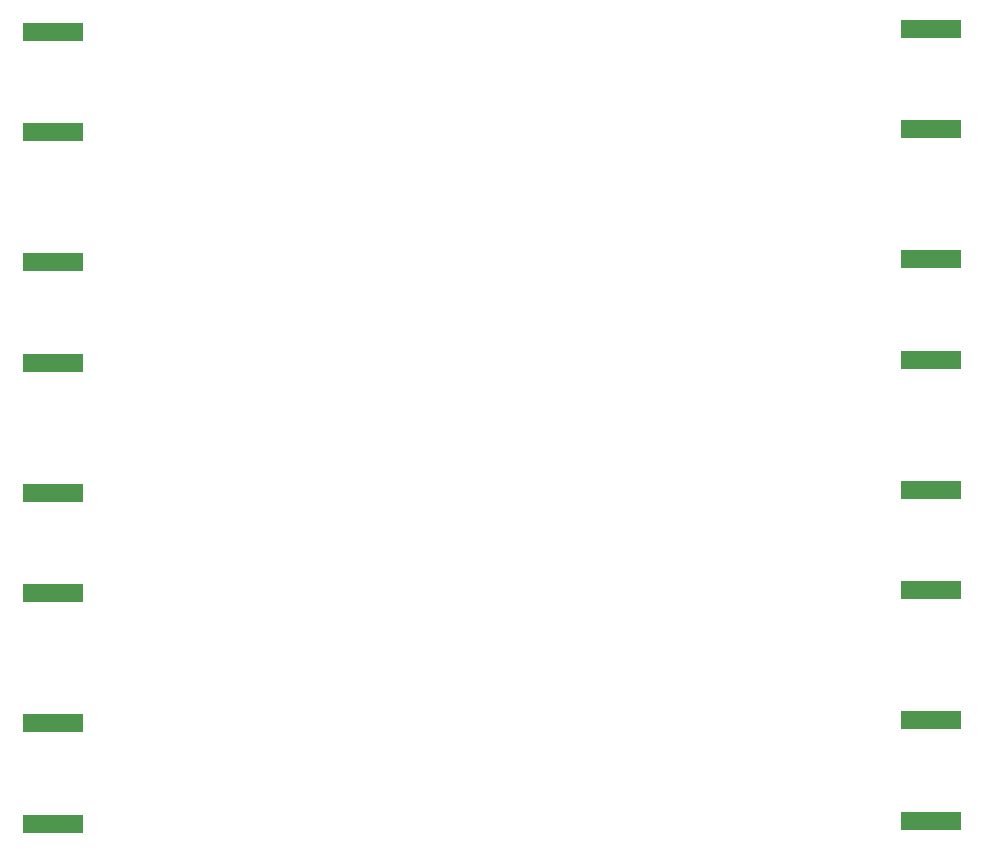
<source format=gbr>
%TF.GenerationSoftware,KiCad,Pcbnew,(6.0.10)*%
%TF.CreationDate,2023-02-03T22:17:50+05:30*%
%TF.ProjectId,Diplexer Panel,4469706c-6578-4657-9220-50616e656c2e,rev?*%
%TF.SameCoordinates,Original*%
%TF.FileFunction,Paste,Bot*%
%TF.FilePolarity,Positive*%
%FSLAX46Y46*%
G04 Gerber Fmt 4.6, Leading zero omitted, Abs format (unit mm)*
G04 Created by KiCad (PCBNEW (6.0.10)) date 2023-02-03 22:17:50*
%MOMM*%
%LPD*%
G01*
G04 APERTURE LIST*
%ADD10R,5.080000X1.500000*%
G04 APERTURE END LIST*
D10*
%TO.C,2m+70cm*%
X185666500Y-59412000D03*
X185666500Y-50912000D03*
%TD*%
%TO.C,2m+70cm*%
X111333500Y-98718000D03*
X111333500Y-90218000D03*
%TD*%
%TO.C,2m+70cm*%
X185666500Y-31386000D03*
X185666500Y-39886000D03*
%TD*%
%TO.C,2m+70cm*%
X185666500Y-78938000D03*
X185666500Y-70438000D03*
%TD*%
%TO.C,2m+70cm*%
X185666500Y-89964000D03*
X185666500Y-98464000D03*
%TD*%
%TO.C,2m+70cm*%
X111333500Y-40140000D03*
X111333500Y-31640000D03*
%TD*%
%TO.C,2m+70cm*%
X111333500Y-59666000D03*
X111333500Y-51166000D03*
%TD*%
%TO.C,2m+70cm*%
X111333500Y-79192000D03*
X111333500Y-70692000D03*
%TD*%
M02*

</source>
